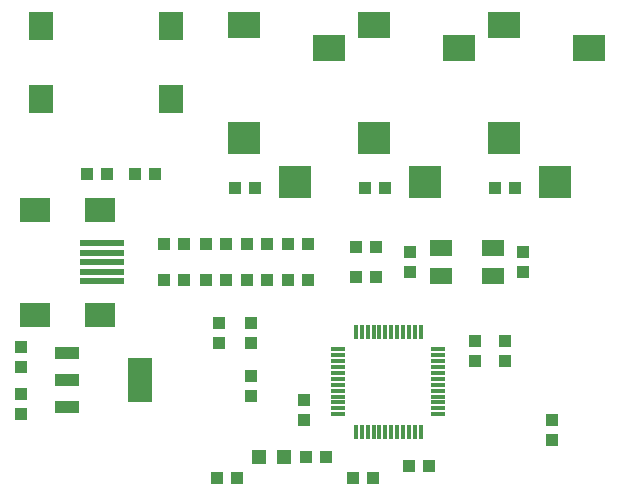
<source format=gtp>
G75*
%MOIN*%
%OFA0B0*%
%FSLAX24Y24*%
%IPPOS*%
%LPD*%
%AMOC8*
5,1,8,0,0,1.08239X$1,22.5*
%
%ADD10R,0.0827X0.0394*%
%ADD11R,0.0827X0.1457*%
%ADD12R,0.0394X0.0433*%
%ADD13R,0.0433X0.0394*%
%ADD14R,0.1496X0.0197*%
%ADD15R,0.0984X0.0787*%
%ADD16R,0.1102X0.0866*%
%ADD17R,0.1102X0.1102*%
%ADD18R,0.0748X0.0551*%
%ADD19R,0.0472X0.0472*%
%ADD20R,0.0120X0.0470*%
%ADD21R,0.0470X0.0120*%
%ADD22R,0.0787X0.0945*%
D10*
X002429Y008396D03*
X002429Y009302D03*
X002429Y010207D03*
D11*
X004870Y009302D03*
D12*
X007449Y006054D03*
X008118Y006054D03*
X010402Y006743D03*
X011071Y006743D03*
X010343Y007983D03*
X010343Y008652D03*
X007488Y010542D03*
X007488Y011211D03*
X007724Y013829D03*
X007055Y013829D03*
X006346Y013829D03*
X005677Y013829D03*
X005362Y016191D03*
X004693Y016191D03*
X003787Y016191D03*
X003118Y016191D03*
X008039Y015699D03*
X008709Y015699D03*
X008433Y013829D03*
X009102Y013829D03*
X009811Y013829D03*
X010480Y013829D03*
X012370Y015699D03*
X013039Y015699D03*
X013886Y013573D03*
X013886Y012904D03*
X016051Y010621D03*
X016051Y009951D03*
X017035Y009951D03*
X017035Y010621D03*
X017626Y012904D03*
X017626Y013573D03*
X017370Y015699D03*
X016701Y015699D03*
X000894Y010424D03*
X000894Y009754D03*
X000894Y008849D03*
X000894Y008180D03*
D13*
X005677Y012648D03*
X006346Y012648D03*
X007055Y012648D03*
X007724Y012648D03*
X008433Y012648D03*
X009102Y012648D03*
X009811Y012648D03*
X010480Y012648D03*
X012075Y012747D03*
X012744Y012747D03*
X012744Y013731D03*
X012075Y013731D03*
X008571Y011211D03*
X008571Y010542D03*
X008571Y009440D03*
X008571Y008770D03*
X011976Y006054D03*
X012646Y006054D03*
X013846Y006447D03*
X014516Y006447D03*
X018610Y007294D03*
X018610Y007963D03*
D14*
X003610Y012609D03*
X003610Y012924D03*
X003610Y013239D03*
X003610Y013554D03*
X003610Y013869D03*
D15*
X003551Y014991D03*
X001386Y014991D03*
X001386Y011487D03*
X003551Y011487D03*
D16*
X011169Y020365D03*
X012665Y021152D03*
X015500Y020365D03*
X016996Y021152D03*
X019831Y020365D03*
X008335Y021152D03*
D17*
X008335Y017373D03*
X010028Y015916D03*
X012665Y017373D03*
X014358Y015916D03*
X016996Y017373D03*
X018689Y015916D03*
D18*
X016622Y013711D03*
X016622Y012766D03*
X014890Y012766D03*
X014890Y013711D03*
D19*
X009673Y006743D03*
X008846Y006743D03*
D20*
X012065Y007579D03*
X012262Y007579D03*
X012459Y007579D03*
X012656Y007579D03*
X012852Y007579D03*
X013049Y007579D03*
X013246Y007579D03*
X013443Y007579D03*
X013640Y007579D03*
X013837Y007579D03*
X014033Y007579D03*
X014230Y007579D03*
X014230Y010926D03*
X014033Y010926D03*
X013837Y010926D03*
X013640Y010926D03*
X013443Y010926D03*
X013246Y010926D03*
X013049Y010926D03*
X012852Y010926D03*
X012656Y010926D03*
X012459Y010926D03*
X012262Y010926D03*
X012065Y010926D03*
D21*
X011474Y010335D03*
X011474Y010138D03*
X011474Y009941D03*
X011474Y009745D03*
X011474Y009548D03*
X011474Y009351D03*
X011474Y009154D03*
X011474Y008957D03*
X011474Y008760D03*
X011474Y008564D03*
X011474Y008367D03*
X011474Y008170D03*
X014821Y008170D03*
X014821Y008367D03*
X014821Y008564D03*
X014821Y008760D03*
X014821Y008957D03*
X014821Y009154D03*
X014821Y009351D03*
X014821Y009548D03*
X014821Y009745D03*
X014821Y009941D03*
X014821Y010138D03*
X014821Y010335D03*
D22*
X005913Y018672D03*
X005913Y021113D03*
X001583Y021113D03*
X001583Y018672D03*
M02*

</source>
